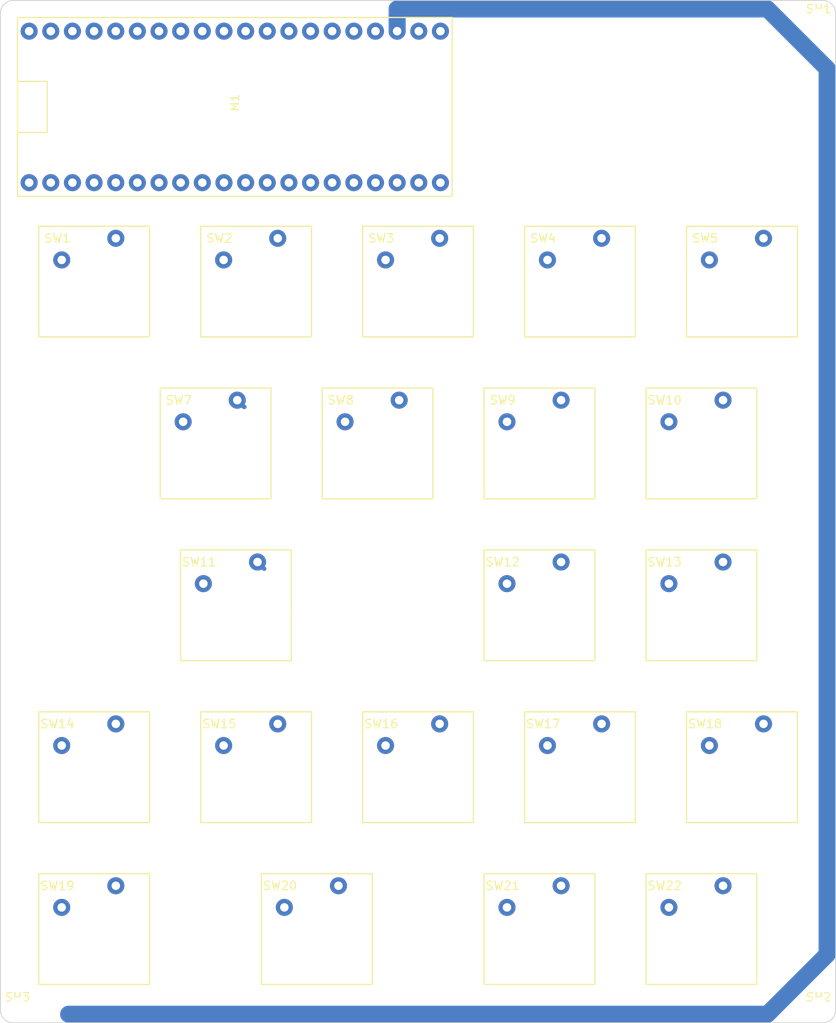
<source format=kicad_pcb>
(kicad_pcb (version 20240108) (generator "pcbnew") (generator_version "8.0")
  (layers (0 "F.Cu" signal) (31 "B.Cu" signal) (34 "B.Paste" user) (35 "F.Paste" user) (36 "B.SilkS" user "B.Silkscreen") (37 "F.SilkS" user "F.Silkscreen") (38 "B.Mask" user) (39 "F.Mask" user) (44 "Edge.Cuts" user))
  (net 0 "")
  (net 1 "GP0")
  (net 2 "GP1")
  (net 3 "GND0")
  (net 4 "GP2")
  (net 5 "GP3")
  (net 6 "GP4")
  (net 7 "GP5")
  (net 8 "GND1")
  (net 9 "GP6")
  (net 10 "GP7")
  (net 11 "GP8")
  (net 12 "GP9")
  (net 13 "GND2")
  (net 14 "GP10")
  (net 15 "GP11")
  (net 16 "GP12")
  (net 17 "GP13")
  (net 18 "GND3")
  (net 19 "GP14")
  (net 20 "GP15")
  (net 21 "GP16")
  (net 22 "GP17")
  (net 23 "GND4")
  (net 24 "GP18")
  (net 25 "GP19")
  (net 26 "GP20")
  (net 27 "GP21")
  (net 28 "GND5")
  (net 29 "GP22")
  (net 30 "RUN")
  (net 31 "GP26")
  (net 32 "GP27")
  (net 33 "GND6")
  (net 34 "GP28")
  (net 35 "VREF")
  (net 36 "3V3")
  (net 37 "3V3_EN")
  (net 38 "GND7")
  (net 39 "VSYS")
  (net 40 "VBUS")
  (footprint "footprint:screwhole" (layer "F.Cu") (at 96 2)
    (property "Reference" "SH1" (at 0 -1 0) (layer "F.SilkS"))
    (property "Value" "SCREW_HOLE" (hide yes))
    (pad "" np_thru_hole circle (at 0 0) (size 2 2) (drill 2) (layers "*.Cu" "*.Mask"))
  )
  (footprint "footprint:keyswitch" (layer "F.Cu") (at 11 33)
    (property "Reference" "SW1" (at -4.318 -5.08 0) (layer "F.SilkS"))
    (property "Value" "SW_Push" (hide yes))
    (fp_line (start -6.5 -6.5) (end 6.5 -6.5) (stroke (width 0.15)) (layer "F.SilkS"))
    (fp_line (start -6.5 6.5) (end -6.5 -6.5) (stroke (width 0.15)) (layer "F.SilkS"))
    (fp_line (start 6.5 -6.5) (end 6.5 6.5) (stroke (width 0.15)) (layer "F.SilkS"))
    (fp_line (start 6.5 6.5) (end -6.5 6.5) (stroke (width 0.15)) (layer "F.SilkS"))
    (pad "" np_thru_hole circle (at -5.08 0) (size 1.8 1.8) (drill 1.8) (layers "*.Cu" "*.Mask"))
    (pad "" np_thru_hole circle (at 0 0) (size 4 4) (drill 4) (layers "*.Cu" "*.Mask"))
    (pad "" np_thru_hole circle (at 5.08 0) (size 1.8 1.8) (drill 1.8) (layers "*.Cu" "*.Mask"))
    (pad "1" thru_hole circle (at -3.81 -2.54) (size 2 2) (drill 1) (layers "*.Cu" "*.Mask") (net 6 "GP4"))
    (pad "2" thru_hole circle (at 2.54 -5.08) (size 2 2) (drill 1) (layers "*.Cu" "*.Mask") (net 23 "GND4"))
  )
  (footprint "footprint:keyswitch" (layer "F.Cu") (at 30 33)
    (property "Reference" "SW2" (at -4.318 -5.08 0) (layer "F.SilkS"))
    (property "Value" "SW_Push" (hide yes))
    (fp_line (start -6.5 -6.5) (end 6.5 -6.5) (stroke (width 0.15)) (layer "F.SilkS"))
    (fp_line (start -6.5 6.5) (end -6.5 -6.5) (stroke (width 0.15)) (layer "F.SilkS"))
    (fp_line (start 6.5 -6.5) (end 6.5 6.5) (stroke (width 0.15)) (layer "F.SilkS"))
    (fp_line (start 6.5 6.5) (end -6.5 6.5) (stroke (width 0.15)) (layer "F.SilkS"))
    (pad "" np_thru_hole circle (at -5.08 0) (size 1.8 1.8) (drill 1.8) (layers "*.Cu" "*.Mask"))
    (pad "" np_thru_hole circle (at 0 0) (size 4 4) (drill 4) (layers "*.Cu" "*.Mask"))
    (pad "" np_thru_hole circle (at 5.08 0) (size 1.8 1.8) (drill 1.8) (layers "*.Cu" "*.Mask"))
    (pad "1" thru_hole circle (at -3.81 -2.54) (size 2 2) (drill 1) (layers "*.Cu" "*.Mask") (net 12 "GP9"))
    (pad "2" thru_hole circle (at 2.54 -5.08) (size 2 2) (drill 1) (layers "*.Cu" "*.Mask") (net 23 "GND4"))
  )
  (footprint "footprint:pipico" (layer "F.Cu") (at 27.5 12.5)
    (property "Reference" "M1" (at 0 -0.5 -90) (layer "F.SilkS"))
    (property "Value" "RasPiPico" (hide yes))
    (fp_line (start -25.5 -10.5) (end -25.5 10.5) (stroke (width 0.15)) (layer "F.SilkS"))
    (fp_line (start -25.5 -3) (end -25.5 3) (stroke (width 0.15)) (layer "F.SilkS"))
    (fp_line (start -25.5 3) (end -22 3) (stroke (width 0.15)) (layer "F.SilkS"))
    (fp_line (start -25.5 10.5) (end 25.5 10.5) (stroke (width 0.15)) (layer "F.SilkS"))
    (fp_line (start -22 -3) (end -25.5 -3) (stroke (width 0.15)) (layer "F.SilkS"))
    (fp_line (start -22 3) (end -22 -3) (stroke (width 0.15)) (layer "F.SilkS"))
    (fp_line (start 25.5 -10.5) (end -25.5 -10.5) (stroke (width 0.15)) (layer "F.SilkS"))
    (fp_line (start 25.5 10.5) (end 25.5 -10.5) (stroke (width 0.15)) (layer "F.SilkS"))
    (pad "1" thru_hole circle (at -24.13 8.89 270) (size 2 2) (drill 1) (layers "*.Cu" "*.Mask") (net 1 "GP0"))
    (pad "2" thru_hole circle (at -21.59 8.89 270) (size 2 2) (drill 1) (layers "*.Cu" "*.Mask") (net 2 "GP1"))
    (pad "3" thru_hole circle (at -19.05 8.89 270) (size 2 2) (drill 1) (layers "*.Cu" "*.Mask") (net 3 "GND0"))
    (pad "4" thru_hole circle (at -16.51 8.89 270) (size 2 2) (drill 1) (layers "*.Cu" "*.Mask") (net 4 "GP2"))
    (pad "5" thru_hole circle (at -13.97 8.89 270) (size 2 2) (drill 1) (layers "*.Cu" "*.Mask") (net 5 "GP3"))
    (pad "6" thru_hole circle (at -11.43 8.89 270) (size 2 2) (drill 1) (layers "*.Cu" "*.Mask") (net 6 "GP4"))
    (pad "7" thru_hole circle (at -8.89 8.89 270) (size 2 2) (drill 1) (layers "*.Cu" "*.Mask") (net 7 "GP5"))
    (pad "8" thru_hole circle (at -6.35 8.89 270) (size 2 2) (drill 1) (layers "*.Cu" "*.Mask") (net 8 "GND1"))
    (pad "9" thru_hole circle (at -3.81 8.89 270) (size 2 2) (drill 1) (layers "*.Cu" "*.Mask") (net 9 "GP6"))
    (pad "10" thru_hole circle (at -1.27 8.89 270) (size 2 2) (drill 1) (layers "*.Cu" "*.Mask") (net 10 "GP7"))
    (pad "11" thru_hole circle (at 1.27 8.89 270) (size 2 2) (drill 1) (layers "*.Cu" "*.Mask") (net 11 "GP8"))
    (pad "12" thru_hole circle (at 3.81 8.89 270) (size 2 2) (drill 1) (layers "*.Cu" "*.Mask") (net 12 "GP9"))
    (pad "13" thru_hole circle (at 6.35 8.89 270) (size 2 2) (drill 1) (layers "*.Cu" "*.Mask") (net 13 "GND2"))
    (pad "14" thru_hole circle (at 8.89 8.89 270) (size 2 2) (drill 1) (layers "*.Cu" "*.Mask") (net 14 "GP10"))
    (pad "15" thru_hole circle (at 11.43 8.89 270) (size 2 2) (drill 1) (layers "*.Cu" "*.Mask") (net 15 "GP11"))
    (pad "16" thru_hole circle (at 13.97 8.89 270) (size 2 2) (drill 1) (layers "*.Cu" "*.Mask") (net 16 "GP12"))
    (pad "17" thru_hole circle (at 16.51 8.898 270) (size 2 2) (drill 1) (layers "*.Cu" "*.Mask") (net 17 "GP13"))
    (pad "18" thru_hole circle (at 19.05 8.89 270) (size 2 2) (drill 1) (layers "*.Cu" "*.Mask") (net 18 "GND3"))
    (pad "19" thru_hole circle (at 21.59 8.89 270) (size 2 2) (drill 1) (layers "*.Cu" "*.Mask") (net 19 "GP14"))
    (pad "20" thru_hole circle (at 24.13 8.89 270) (size 2 2) (drill 1) (layers "*.Cu" "*.Mask") (net 20 "GP15"))
    (pad "21" thru_hole circle (at 24.13 -8.89 270) (size 2 2) (drill 1) (layers "*.Cu" "*.Mask") (net 21 "GP16"))
    (pad "22" thru_hole circle (at 21.59 -8.89 270) (size 2 2) (drill 1) (layers "*.Cu" "*.Mask") (net 22 "GP17"))
    (pad "23" thru_hole circle (at 19.05 -8.89 270) (size 2 2) (drill 1) (layers "*.Cu" "*.Mask") (net 23 "GND4"))
    (pad "24" thru_hole circle (at 16.51 -8.89 270) (size 2 2) (drill 1) (layers "*.Cu" "*.Mask") (net 24 "GP18"))
    (pad "25" thru_hole circle (at 13.97 -8.89 270) (size 2 2) (drill 1) (layers "*.Cu" "*.Mask") (net 25 "GP19"))
    (pad "26" thru_hole circle (at 11.43 -8.89 270) (size 2 2) (drill 1) (layers "*.Cu" "*.Mask") (net 26 "GP20"))
    (pad "27" thru_hole circle (at 8.89 -8.89 270) (size 2 2) (drill 1) (layers "*.Cu" "*.Mask") (net 27 "GP21"))
    (pad "28" thru_hole circle (at 6.35 -8.89 270) (size 2 2) (drill 1) (layers "*.Cu" "*.Mask") (net 28 "GND5"))
    (pad "29" thru_hole circle (at 3.81 -8.89 270) (size 2 2) (drill 1) (layers "*.Cu" "*.Mask") (net 29 "GP22"))
    (pad "30" thru_hole circle (at 1.27 -8.89 270) (size 2 2) (drill 1) (layers "*.Cu" "*.Mask") (net 30 "RUN"))
    (pad "31" thru_hole circle (at -1.27 -8.89 270) (size 2 2) (drill 1) (layers "*.Cu" "*.Mask") (net 31 "GP26"))
    (pad "32" thru_hole circle (at -3.81 -8.89 270) (size 2 2) (drill 1) (layers "*.Cu" "*.Mask") (net 32 "GP27"))
    (pad "33" thru_hole circle (at -6.35 -8.89 270) (size 2 2) (drill 1) (layers "*.Cu" "*.Mask") (net 33 "GND6"))
    (pad "34" thru_hole circle (at -8.89 -8.89 270) (size 2 2) (drill 1) (layers "*.Cu" "*.Mask") (net 34 "GP28"))
    (pad "35" thru_hole circle (at -11.43 -8.89 270) (size 2 2) (drill 1) (layers "*.Cu" "*.Mask") (net 35 "VREF"))
    (pad "36" thru_hole circle (at -13.97 -8.89 270) (size 2 2) (drill 1) (layers "*.Cu" "*.Mask") (net 36 "3V3"))
    (pad "37" thru_hole circle (at -16.51 -8.89 270) (size 2 2) (drill 1) (layers "*.Cu" "*.Mask") (net 37 "3V3_EN"))
    (pad "38" thru_hole circle (at -19.05 -8.89 270) (size 2 2) (drill 1) (layers "*.Cu" "*.Mask") (net 38 "GND7"))
    (pad "39" thru_hole circle (at -21.59 -8.89 270) (size 2 2) (drill 1) (layers "*.Cu" "*.Mask") (net 39 "VSYS"))
    (pad "40" thru_hole circle (at -24.13 -8.89 270) (size 2 2) (drill 1) (layers "*.Cu" "*.Mask") (net 40 "VBUS"))
  )
  (footprint "footprint:keyswitch" (layer "F.Cu") (at 49 33)
    (property "Reference" "SW3" (at -4.318 -5.08 0) (layer "F.SilkS"))
    (property "Value" "SW_Push" (hide yes))
    (fp_line (start -6.5 -6.5) (end 6.5 -6.5) (stroke (width 0.15)) (layer "F.SilkS"))
    (fp_line (start -6.5 6.5) (end -6.5 -6.5) (stroke (width 0.15)) (layer "F.SilkS"))
    (fp_line (start 6.5 -6.5) (end 6.5 6.5) (stroke (width 0.15)) (layer "F.SilkS"))
    (fp_line (start 6.5 6.5) (end -6.5 6.5) (stroke (width 0.15)) (layer "F.SilkS"))
    (pad "" np_thru_hole circle (at -5.08 0) (size 1.8 1.8) (drill 1.8) (layers "*.Cu" "*.Mask"))
    (pad "" np_thru_hole circle (at 0 0) (size 4 4) (drill 4) (layers "*.Cu" "*.Mask"))
    (pad "" np_thru_hole circle (at 5.08 0) (size 1.8 1.8) (drill 1.8) (layers "*.Cu" "*.Mask"))
    (pad "1" thru_hole circle (at -3.81 -2.54) (size 2 2) (drill 1) (layers "*.Cu" "*.Mask") (net 19 "GP14"))
    (pad "2" thru_hole circle (at 2.54 -5.08) (size 2 2) (drill 1) (layers "*.Cu" "*.Mask") (net 23 "GND4"))
  )
  (footprint "footprint:keyswitch" (layer "F.Cu") (at 37.125 109)
    (property "Reference" "SW20" (at -4.318 -5.08 0) (layer "F.SilkS"))
    (property "Value" "SW_Push" (hide yes))
    (fp_line (start -6.5 -6.5) (end 6.5 -6.5) (stroke (width 0.15)) (layer "F.SilkS"))
    (fp_line (start -6.5 6.5) (end -6.5 -6.5) (stroke (width 0.15)) (layer "F.SilkS"))
    (fp_line (start 6.5 -6.5) (end 6.5 6.5) (stroke (width 0.15)) (layer "F.SilkS"))
    (fp_line (start 6.5 6.5) (end -6.5 6.5) (stroke (width 0.15)) (layer "F.SilkS"))
    (pad "" np_thru_hole circle (at -5.08 0) (size 1.8 1.8) (drill 1.8) (layers "*.Cu" "*.Mask"))
    (pad "" np_thru_hole circle (at 0 0) (size 4 4) (drill 4) (layers "*.Cu" "*.Mask"))
    (pad "" np_thru_hole circle (at 5.08 0) (size 1.8 1.8) (drill 1.8) (layers "*.Cu" "*.Mask"))
    (pad "1" thru_hole circle (at -3.81 -2.54) (size 2 2) (drill 1) (layers "*.Cu" "*.Mask") (net 7 "GP5"))
    (pad "2" thru_hole circle (at 2.54 -5.08) (size 2 2) (drill 1) (layers "*.Cu" "*.Mask") (net 23 "GND4"))
  )
  (footprint "footprint:keyswitch" (layer "F.Cu") (at 87 33)
    (property "Reference" "SW5" (at -4.318 -5.08 0) (layer "F.SilkS"))
    (property "Value" "SW_Push" (hide yes))
    (fp_line (start -6.5 -6.5) (end 6.5 -6.5) (stroke (width 0.15)) (layer "F.SilkS"))
    (fp_line (start -6.5 6.5) (end -6.5 -6.5) (stroke (width 0.15)) (layer "F.SilkS"))
    (fp_line (start 6.5 -6.5) (end 6.5 6.5) (stroke (width 0.15)) (layer "F.SilkS"))
    (fp_line (start 6.5 6.5) (end -6.5 6.5) (stroke (width 0.15)) (layer "F.SilkS"))
    (pad "" np_thru_hole circle (at -5.08 0) (size 1.8 1.8) (drill 1.8) (layers "*.Cu" "*.Mask"))
    (pad "" np_thru_hole circle (at 0 0) (size 4 4) (drill 4) (layers "*.Cu" "*.Mask"))
    (pad "" np_thru_hole circle (at 5.08 0) (size 1.8 1.8) (drill 1.8) (layers "*.Cu" "*.Mask"))
    (pad "1" thru_hole circle (at -3.81 -2.54) (size 2 2) (drill 1) (layers "*.Cu" "*.Mask") (net 21 "GP16"))
    (pad "2" thru_hole circle (at 2.54 -5.08) (size 2 2) (drill 1) (layers "*.Cu" "*.Mask") (net 23 "GND4"))
  )
  (footprint "footprint:keyswitch" (layer "F.Cu") (at 82.25 71)
    (property "Reference" "SW13" (at -4.318 -5.08 0) (layer "F.SilkS"))
    (property "Value" "SW_Push" (hide yes))
    (fp_line (start -6.5 -6.5) (end 6.5 -6.5) (stroke (width 0.15)) (layer "F.SilkS"))
    (fp_line (start -6.5 6.5) (end -6.5 -6.5) (stroke (width 0.15)) (layer "F.SilkS"))
    (fp_line (start 6.5 -6.5) (end 6.5 6.5) (stroke (width 0.15)) (layer "F.SilkS"))
    (fp_line (start 6.5 6.5) (end -6.5 6.5) (stroke (width 0.15)) (layer "F.SilkS"))
    (pad "" np_thru_hole circle (at -5.08 0) (size 1.8 1.8) (drill 1.8) (layers "*.Cu" "*.Mask"))
    (pad "" np_thru_hole circle (at 0 0) (size 4 4) (drill 4) (layers "*.Cu" "*.Mask"))
    (pad "" np_thru_hole circle (at 5.08 0) (size 1.8 1.8) (drill 1.8) (layers "*.Cu" "*.Mask"))
    (pad "1" thru_hole circle (at -3.81 -2.54) (size 2 2) (drill 1) (layers "*.Cu" "*.Mask") (net 24 "GP18"))
    (pad "2" thru_hole circle (at 2.54 -5.08) (size 2 2) (drill 1) (layers "*.Cu" "*.Mask") (net 23 "GND4"))
  )
  (footprint "footprint:keyswitch" (layer "F.Cu") (at 11 109)
    (property "Reference" "SW19" (at -4.318 -5.08 0) (layer "F.SilkS"))
    (property "Value" "SW_Push" (hide yes))
    (fp_line (start -6.5 -6.5) (end 6.5 -6.5) (stroke (width 0.15)) (layer "F.SilkS"))
    (fp_line (start -6.5 6.5) (end -6.5 -6.5) (stroke (width 0.15)) (layer "F.SilkS"))
    (fp_line (start 6.5 -6.5) (end 6.5 6.5) (stroke (width 0.15)) (layer "F.SilkS"))
    (fp_line (start 6.5 6.5) (end -6.5 6.5) (stroke (width 0.15)) (layer "F.SilkS"))
    (pad "" np_thru_hole circle (at -5.08 0) (size 1.8 1.8) (drill 1.8) (layers "*.Cu" "*.Mask"))
    (pad "" np_thru_hole circle (at 0 0) (size 4 4) (drill 4) (layers "*.Cu" "*.Mask"))
    (pad "" np_thru_hole circle (at 5.08 0) (size 1.8 1.8) (drill 1.8) (layers "*.Cu" "*.Mask"))
    (pad "1" thru_hole circle (at -3.81 -2.54) (size 2 2) (drill 1) (layers "*.Cu" "*.Mask") (net 1 "GP0"))
    (pad "2" thru_hole circle (at 2.54 -5.08) (size 2 2) (drill 1) (layers "*.Cu" "*.Mask") (net 23 "GND4"))
  )
  (footprint "footprint:keyswitch" (layer "F.Cu") (at 68 33)
    (property "Reference" "SW4" (at -4.318 -5.08 0) (layer "F.SilkS"))
    (property "Value" "SW_Push" (hide yes))
    (fp_line (start -6.5 -6.5) (end 6.5 -6.5) (stroke (width 0.15)) (layer "F.SilkS"))
    (fp_line (start -6.5 6.5) (end -6.5 -6.5) (stroke (width 0.15)) (layer "F.SilkS"))
    (fp_line (start 6.5 -6.5) (end 6.5 6.5) (stroke (width 0.15)) (layer "F.SilkS"))
    (fp_line (start 6.5 6.5) (end -6.5 6.5) (stroke (width 0.15)) (layer "F.SilkS"))
    (pad "" np_thru_hole circle (at -5.08 0) (size 1.8 1.8) (drill 1.8) (layers "*.Cu" "*.Mask"))
    (pad "" np_thru_hole circle (at 0 0) (size 4 4) (drill 4) (layers "*.Cu" "*.Mask"))
    (pad "" np_thru_hole circle (at 5.08 0) (size 1.8 1.8) (drill 1.8) (layers "*.Cu" "*.Mask"))
    (pad "1" thru_hole circle (at -3.81 -2.54) (size 2 2) (drill 1) (layers "*.Cu" "*.Mask") (net 27 "GP21"))
    (pad "2" thru_hole circle (at 2.54 -5.08) (size 2 2) (drill 1) (layers "*.Cu" "*.Mask") (net 23 "GND4"))
  )
  (footprint "footprint:keyswitch" (layer "F.Cu") (at 49 90)
    (property "Reference" "SW16" (at -4.318 -5.08 0) (layer "F.SilkS"))
    (property "Value" "SW_Push" (hide yes))
    (fp_line (start -6.5 -6.5) (end 6.5 -6.5) (stroke (width 0.15)) (layer "F.SilkS"))
    (fp_line (start -6.5 6.5) (end -6.5 -6.5) (stroke (width 0.15)) (layer "F.SilkS"))
    (fp_line (start 6.5 -6.5) (end 6.5 6.5) (stroke (width 0.15)) (layer "F.SilkS"))
    (fp_line (start 6.5 6.5) (end -6.5 6.5) (stroke (width 0.15)) (layer "F.SilkS"))
    (pad "" np_thru_hole circle (at -5.08 0) (size 1.8 1.8) (drill 1.8) (layers "*.Cu" "*.Mask"))
    (pad "" np_thru_hole circle (at 0 0) (size 4 4) (drill 4) (layers "*.Cu" "*.Mask"))
    (pad "" np_thru_hole circle (at 5.08 0) (size 1.8 1.8) (drill 1.8) (layers "*.Cu" "*.Mask"))
    (pad "1" thru_hole circle (at -3.81 -2.54) (size 2 2) (drill 1) (layers "*.Cu" "*.Mask") (net 15 "GP11"))
    (pad "2" thru_hole circle (at 2.54 -5.08) (size 2 2) (drill 1) (layers "*.Cu" "*.Mask") (net 23 "GND4"))
  )
  (footprint "footprint:keyswitch" (layer "F.Cu") (at 63.25 52)
    (property "Reference" "SW9" (at -4.318 -5.08 0) (layer "F.SilkS"))
    (property "Value" "SW_Push" (hide yes))
    (fp_line (start -6.5 -6.5) (end 6.5 -6.5) (stroke (width 0.15)) (layer "F.SilkS"))
    (fp_line (start -6.5 6.5) (end -6.5 -6.5) (stroke (width 0.15)) (layer "F.SilkS"))
    (fp_line (start 6.5 -6.5) (end 6.5 6.5) (stroke (width 0.15)) (layer "F.SilkS"))
    (fp_line (start 6.5 6.5) (end -6.5 6.5) (stroke (width 0.15)) (layer "F.SilkS"))
    (pad "" np_thru_hole circle (at -5.08 0) (size 1.8 1.8) (drill 1.8) (layers "*.Cu" "*.Mask"))
    (pad "" np_thru_hole circle (at 0 0) (size 4 4) (drill 4) (layers "*.Cu" "*.Mask"))
    (pad "" np_thru_hole circle (at 5.08 0) (size 1.8 1.8) (drill 1.8) (layers "*.Cu" "*.Mask"))
    (pad "1" thru_hole circle (at -3.81 -2.54) (size 2 2) (drill 1) (layers "*.Cu" "*.Mask") (net 29 "GP22"))
    (pad "2" thru_hole circle (at 2.54 -5.08) (size 2 2) (drill 1) (layers "*.Cu" "*.Mask") (net 23 "GND4"))
  )
  (footprint "footprint:keyswitch" (layer "F.Cu") (at 25.25 52)
    (property "Reference" "SW7" (at -4.318 -5.08 0) (layer "F.SilkS"))
    (property "Value" "SW_Push" (hide yes))
    (fp_line (start -6.5 -6.5) (end 6.5 -6.5) (stroke (width 0.15)) (layer "F.SilkS"))
    (fp_line (start -6.5 6.5) (end -6.5 -6.5) (stroke (width 0.15)) (layer "F.SilkS"))
    (fp_line (start 6.5 -6.5) (end 6.5 6.5) (stroke (width 0.15)) (layer "F.SilkS"))
    (fp_line (start 6.5 6.5) (end -6.5 6.5) (stroke (width 0.15)) (layer "F.SilkS"))
    (pad "" np_thru_hole circle (at -5.08 0) (size 1.8 1.8) (drill 1.8) (layers "*.Cu" "*.Mask"))
    (pad "" np_thru_hole circle (at 0 0) (size 4 4) (drill 4) (layers "*.Cu" "*.Mask"))
    (pad "" np_thru_hole circle (at 5.08 0) (size 1.8 1.8) (drill 1.8) (layers "*.Cu" "*.Mask"))
    (pad "1" thru_hole circle (at -3.81 -2.54) (size 2 2) (drill 1) (layers "*.Cu" "*.Mask") (net 11 "GP8"))
    (pad "2" thru_hole circle (at 2.54 -5.08) (size 2 2) (drill 1) (layers "*.Cu" "*.Mask") (net 23 "GND4"))
  )
  (footprint "footprint:keyswitch" (layer "F.Cu") (at 82.25 109)
    (property "Reference" "SW22" (at -4.318 -5.08 0) (layer "F.SilkS"))
    (property "Value" "SW_Push" (hide yes))
    (fp_line (start -6.5 -6.5) (end 6.5 -6.5) (stroke (width 0.15)) (layer "F.SilkS"))
    (fp_line (start -6.5 6.5) (end -6.5 -6.5) (stroke (width 0.15)) (layer "F.SilkS"))
    (fp_line (start 6.5 -6.5) (end 6.5 6.5) (stroke (width 0.15)) (layer "F.SilkS"))
    (fp_line (start 6.5 6.5) (end -6.5 6.5) (stroke (width 0.15)) (layer "F.SilkS"))
    (pad "" np_thru_hole circle (at -5.08 0) (size 1.8 1.8) (drill 1.8) (layers "*.Cu" "*.Mask"))
    (pad "" np_thru_hole circle (at 0 0) (size 4 4) (drill 4) (layers "*.Cu" "*.Mask"))
    (pad "" np_thru_hole circle (at 5.08 0) (size 1.8 1.8) (drill 1.8) (layers "*.Cu" "*.Mask"))
    (pad "1" thru_hole circle (at -3.81 -2.54) (size 2 2) (drill 1) (layers "*.Cu" "*.Mask") (net 26 "GP20"))
    (pad "2" thru_hole circle (at 2.54 -5.08) (size 2 2) (drill 1) (layers "*.Cu" "*.Mask") (net 23 "GND4"))
  )
  (footprint "footprint:keyswitch" (layer "F.Cu") (at 63.25 109)
    (property "Reference" "SW21" (at -4.318 -5.08 0) (layer "F.SilkS"))
    (property "Value" "SW_Push" (hide yes))
    (fp_line (start -6.5 -6.5) (end 6.5 -6.5) (stroke (width 0.15)) (layer "F.SilkS"))
    (fp_line (start -6.5 6.5) (end -6.5 -6.5) (stroke (width 0.15)) (layer "F.SilkS"))
    (fp_line (start 6.5 -6.5) (end 6.5 6.5) (stroke (width 0.15)) (layer "F.SilkS"))
    (fp_line (start 6.5 6.5) (end -6.5 6.5) (stroke (width 0.15)) (layer "F.SilkS"))
    (pad "" np_thru_hole circle (at -5.08 0) (size 1.8 1.8) (drill 1.8) (layers "*.Cu" "*.Mask"))
    (pad "" np_thru_hole circle (at 0 0) (size 4 4) (drill 4) (layers "*.Cu" "*.Mask"))
    (pad "" np_thru_hole circle (at 5.08 0) (size 1.8 1.8) (drill 1.8) (layers "*.Cu" "*.Mask"))
    (pad "1" thru_hole circle (at -3.81 -2.54) (size 2 2) (drill 1) (layers "*.Cu" "*.Mask") (net 34 "GP28"))
    (pad "2" thru_hole circle (at 2.54 -5.08) (size 2 2) (drill 1) (layers "*.Cu" "*.Mask") (net 23 "GND4"))
  )
  (footprint "footprint:keyswitch" (layer "F.Cu") (at 87 90)
    (property "Reference" "SW18" (at -4.318 -5.08 0) (layer "F.SilkS"))
    (property "Value" "SW_Push" (hide yes))
    (fp_line (start -6.5 -6.5) (end 6.5 -6.5) (stroke (width 0.15)) (layer "F.SilkS"))
    (fp_line (start -6.5 6.5) (end -6.5 -6.5) (stroke (width 0.15)) (layer "F.SilkS"))
    (fp_line (start 6.5 -6.5) (end 6.5 6.5) (stroke (width 0.15)) (layer "F.SilkS"))
    (fp_line (start 6.5 6.5) (end -6.5 6.5) (stroke (width 0.15)) (layer "F.SilkS"))
    (pad "" np_thru_hole circle (at -5.08 0) (size 1.8 1.8) (drill 1.8) (layers "*.Cu" "*.Mask"))
    (pad "" np_thru_hole circle (at 0 0) (size 4 4) (drill 4) (layers "*.Cu" "*.Mask"))
    (pad "" np_thru_hole circle (at 5.08 0) (size 1.8 1.8) (drill 1.8) (layers "*.Cu" "*.Mask"))
    (pad "1" thru_hole circle (at -3.81 -2.54) (size 2 2) (drill 1) (layers "*.Cu" "*.Mask") (net 25 "GP19"))
    (pad "2" thru_hole circle (at 2.54 -5.08) (size 2 2) (drill 1) (layers "*.Cu" "*.Mask") (net 23 "GND4"))
  )
  (footprint "footprint:screwhole" (layer "F.Cu") (at 2 118)
    (property "Reference" "SH3" (at 0 -1 0) (layer "F.SilkS"))
    (property "Value" "SCREW_HOLE" (hide yes))
    (pad "" np_thru_hole circle (at 0 0) (size 2 2) (drill 2) (layers "*.Cu" "*.Mask"))
  )
  (footprint "footprint:keyswitch" (layer "F.Cu") (at 30 90)
    (property "Reference" "SW15" (at -4.318 -5.08 0) (layer "F.SilkS"))
    (property "Value" "SW_Push" (hide yes))
    (fp_line (start -6.5 -6.5) (end 6.5 -6.5) (stroke (width 0.15)) (layer "F.SilkS"))
    (fp_line (start -6.5 6.5) (end -6.5 -6.5) (stroke (width 0.15)) (layer "F.SilkS"))
    (fp_line (start 6.5 -6.5) (end 6.5 6.5) (stroke (width 0.15)) (layer "F.SilkS"))
    (fp_line (start 6.5 6.5) (end -6.5 6.5) (stroke (width 0.15)) (layer "F.SilkS"))
    (pad "" np_thru_hole circle (at -5.08 0) (size 1.8 1.8) (drill 1.8) (layers "*.Cu" "*.Mask"))
    (pad "" np_thru_hole circle (at 0 0) (size 4 4) (drill 4) (layers "*.Cu" "*.Mask"))
    (pad "" np_thru_hole circle (at 5.08 0) (size 1.8 1.8) (drill 1.8) (layers "*.Cu" "*.Mask"))
    (pad "1" thru_hole circle (at -3.81 -2.54) (size 2 2) (drill 1) (layers "*.Cu" "*.Mask") (net 9 "GP6"))
    (pad "2" thru_hole circle (at 2.54 -5.08) (size 2 2) (drill 1) (layers "*.Cu" "*.Mask") (net 23 "GND4"))
  )
  (footprint "footprint:keyswitch-with-stabilizer" (layer "F.Cu") (at 27.625 71)
    (property "Reference" "SW11" (at -4.318 -5.08 0) (layer "F.SilkS"))
    (property "Value" "SW_Push" (hide yes))
    (fp_line (start -6.5 -6.5) (end 6.5 -6.5) (stroke (width 0.15)) (layer "F.SilkS"))
    (fp_line (start -6.5 6.5) (end -6.5 -6.5) (stroke (width 0.15)) (layer "F.SilkS"))
    (fp_line (start 6.5 -6.5) (end 6.5 6.5) (stroke (width 0.15)) (layer "F.SilkS"))
    (fp_line (start 6.5 6.5) (end -6.5 6.5) (stroke (width 0.15)) (layer "F.SilkS"))
    (pad "" np_thru_hole oval (at -12 -7.3) (size 3.1 2.4) (drill oval 3.1 2.4) (layers "*.Cu" "*.Mask"))
    (pad "" np_thru_hole oval (at -12 8) (size 3.4 4) (drill oval 3.4 4) (layers "*.Cu" "*.Mask"))
    (pad "" np_thru_hole circle (at -5.08 0) (size 1.8 1.8) (drill 1.8) (layers "*.Cu" "*.Mask"))
    (pad "" np_thru_hole circle (at 0 0) (size 4 4) (drill 4) (layers "*.Cu" "*.Mask"))
    (pad "" np_thru_hole circle (at 5.08 0) (size 1.8 1.8) (drill 1.8) (layers "*.Cu" "*.Mask"))
    (pad "" np_thru_hole oval (at 12 -7.3) (size 3.1 2.4) (drill oval 3.1 2.4) (layers "*.Cu" "*.Mask"))
    (pad "" np_thru_hole oval (at 12 8) (size 3.4 4) (drill oval 3.4 4) (layers "*.Cu" "*.Mask"))
    (pad "1" thru_hole circle (at -3.81 -2.54) (size 2 2) (drill 1) (layers "*.Cu" "*.Mask") (net 10 "GP7"))
    (pad "2" thru_hole circle (at 2.54 -5.08) (size 2 2) (drill 1) (layers "*.Cu" "*.Mask") (net 23 "GND4"))
  )
  (footprint "footprint:keyswitch" (layer "F.Cu") (at 44.25 52)
    (property "Reference" "SW8" (at -4.318 -5.08 0) (layer "F.SilkS"))
    (property "Value" "SW_Push" (hide yes))
    (fp_line (start -6.5 -6.5) (end 6.5 -6.5) (stroke (width 0.15)) (layer "F.SilkS"))
    (fp_line (start -6.5 6.5) (end -6.5 -6.5) (stroke (width 0.15)) (layer "F.SilkS"))
    (fp_line (start 6.5 -6.5) (end 6.5 6.5) (stroke (width 0.15)) (layer "F.SilkS"))
    (fp_line (start 6.5 6.5) (end -6.5 6.5) (stroke (width 0.15)) (layer "F.SilkS"))
    (pad "" np_thru_hole circle (at -5.08 0) (size 1.8 1.8) (drill 1.8) (layers "*.Cu" "*.Mask"))
    (pad "" np_thru_hole circle (at 0 0) (size 4 4) (drill 4) (layers "*.Cu" "*.Mask"))
    (pad "" np_thru_hole circle (at 5.08 0) (size 1.8 1.8) (drill 1.8) (layers "*.Cu" "*.Mask"))
    (pad "1" thru_hole circle (at -3.81 -2.54) (size 2 2) (drill 1) (layers "*.Cu" "*.Mask") (net 17 "GP13"))
    (pad "2" thru_hole circle (at 2.54 -5.08) (size 2 2) (drill 1) (layers "*.Cu" "*.Mask") (net 23 "GND4"))
  )
  (footprint "footprint:screwhole" (layer "F.Cu") (at 96 118)
    (property "Reference" "SH2" (at 0 -1 0) (layer "F.SilkS"))
    (property "Value" "SCREW_HOLE" (hide yes))
    (pad "" np_thru_hole circle (at 0 0) (size 2 2) (drill 2) (layers "*.Cu" "*.Mask"))
  )
  (footprint "footprint:keyswitch" (layer "F.Cu") (at 11 90)
    (property "Reference" "SW14" (at -4.318 -5.08 0) (layer "F.SilkS"))
    (property "Value" "SW_Push" (hide yes))
    (fp_line (start -6.5 -6.5) (end 6.5 -6.5) (stroke (width 0.15)) (layer "F.SilkS"))
    (fp_line (start -6.5 6.5) (end -6.5 -6.5) (stroke (width 0.15)) (layer "F.SilkS"))
    (fp_line (start 6.5 -6.5) (end 6.5 6.5) (stroke (width 0.15)) (layer "F.SilkS"))
    (fp_line (start 6.5 6.5) (end -6.5 6.5) (stroke (width 0.15)) (layer "F.SilkS"))
    (pad "" np_thru_hole circle (at -5.08 0) (size 1.8 1.8) (drill 1.8) (layers "*.Cu" "*.Mask"))
    (pad "" np_thru_hole circle (at 0 0) (size 4 4) (drill 4) (layers "*.Cu" "*.Mask"))
    (pad "" np_thru_hole circle (at 5.08 0) (size 1.8 1.8) (drill 1.8) (layers "*.Cu" "*.Mask"))
    (pad "1" thru_hole circle (at -3.81 -2.54) (size 2 2) (drill 1) (layers "*.Cu" "*.Mask") (net 2 "GP1"))
    (pad "2" thru_hole circle (at 2.54 -5.08) (size 2 2) (drill 1) (layers "*.Cu" "*.Mask") (net 23 "GND4"))
  )
  (footprint "footprint:keyswitch" (layer "F.Cu") (at 63.25 71)
    (property "Reference" "SW12" (at -4.318 -5.08 0) (layer "F.SilkS"))
    (property "Value" "SW_Push" (hide yes))
    (fp_line (start -6.5 -6.5) (end 6.5 -6.5) (stroke (width 0.15)) (layer "F.SilkS"))
    (fp_line (start -6.5 6.5) (end -6.5 -6.5) (stroke (width 0.15)) (layer "F.SilkS"))
    (fp_line (start 6.5 -6.5) (end 6.5 6.5) (stroke (width 0.15)) (layer "F.SilkS"))
    (fp_line (start 6.5 6.5) (end -6.5 6.5) (stroke (width 0.15)) (layer "F.SilkS"))
    (pad "" np_thru_hole circle (at -5.08 0) (size 1.8 1.8) (drill 1.8) (layers "*.Cu" "*.Mask"))
    (pad "" np_thru_hole circle (at 0 0) (size 4 4) (drill 4) (layers "*.Cu" "*.Mask"))
    (pad "" np_thru_hole circle (at 5.08 0) (size 1.8 1.8) (drill 1.8) (layers "*.Cu" "*.Mask"))
    (pad "1" thru_hole circle (at -3.81 -2.54) (size 2 2) (drill 1) (layers "*.Cu" "*.Mask") (net 31 "GP26"))
    (pad "2" thru_hole circle (at 2.54 -5.08) (size 2 2) (drill 1) (layers "*.Cu" "*.Mask") (net 23 "GND4"))
  )
  (footprint "footprint:keyswitch" (layer "F.Cu") (at 68 90)
    (property "Reference" "SW17" (at -4.318 -5.08 0) (layer "F.SilkS"))
    (property "Value" "SW_Push" (hide yes))
    (fp_line (start -6.5 -6.5) (end 6.5 -6.5) (stroke (width 0.15)) (layer "F.SilkS"))
    (fp_line (start -6.5 6.5) (end -6.5 -6.5) (stroke (width 0.15)) (layer "F.SilkS"))
    (fp_line (start 6.5 -6.5) (end 6.5 6.5) (stroke (width 0.15)) (layer "F.SilkS"))
    (fp_line (start 6.5 6.5) (end -6.5 6.5) (stroke (width 0.15)) (layer "F.SilkS"))
    (pad "" np_thru_hole circle (at -5.08 0) (size 1.8 1.8) (drill 1.8) (layers "*.Cu" "*.Mask"))
    (pad "" np_thru_hole circle (at 0 0) (size 4 4) (drill 4) (layers "*.Cu" "*.Mask"))
    (pad "" np_thru_hole circle (at 5.08 0) (size 1.8 1.8) (drill 1.8) (layers "*.Cu" "*.Mask"))
    (pad "1" thru_hole circle (at -3.81 -2.54) (size 2 2) (drill 1) (layers "*.Cu" "*.Mask") (net 32 "GP27"))
    (pad "2" thru_hole circle (at 2.54 -5.08) (size 2 2) (drill 1) (layers "*.Cu" "*.Mask") (net 23 "GND4"))
  )
  (footprint "footprint:keyswitch" (layer "F.Cu") (at 82.25 52)
    (property "Reference" "SW10" (at -4.318 -5.08 0) (layer "F.SilkS"))
    (property "Value" "SW_Push" (hide yes))
    (fp_line (start -6.5 -6.5) (end 6.5 -6.5) (stroke (width 0.15)) (layer "F.SilkS"))
    (fp_line (start -6.5 6.5) (end -6.5 -6.5) (stroke (width 0.15)) (layer "F.SilkS"))
    (fp_line (start 6.5 -6.5) (end 6.5 6.5) (stroke (width 0.15)) (layer "F.SilkS"))
    (fp_line (start 6.5 6.5) (end -6.5 6.5) (stroke (width 0.15)) (layer "F.SilkS"))
    (pad "" np_thru_hole circle (at -5.08 0) (size 1.8 1.8) (drill 1.8) (layers "*.Cu" "*.Mask"))
    (pad "" np_thru_hole circle (at 0 0) (size 4 4) (drill 4) (layers "*.Cu" "*.Mask"))
    (pad "" np_thru_hole circle (at 5.08 0) (size 1.8 1.8) (drill 1.8) (layers "*.Cu" "*.Mask"))
    (pad "1" thru_hole circle (at -3.81 -2.54) (size 2 2) (drill 1) (layers "*.Cu" "*.Mask") (net 22 "GP17"))
    (pad "2" thru_hole circle (at 2.54 -5.08) (size 2 2) (drill 1) (layers "*.Cu" "*.Mask") (net 23 "GND4"))
  )
  (gr_arc (start 98 118.5) (mid 97.56066 119.56066) (end 96.5 120) (stroke (width 0.1)) (layer "Edge.Cuts"))
  (gr_arc (start 96.5 0) (mid 97.56066 0.43934) (end 98 1.5) (stroke (width 0.1)) (layer "Edge.Cuts"))
  (gr_line (start 1.5 120) (end 96.5 120) (stroke (width 0.1)) (layer "Edge.Cuts"))
  (gr_arc (start 1.5 120) (mid 0.43934 119.56066) (end 0 118.5) (stroke (width 0.1)) (layer "Edge.Cuts"))
  (gr_line (start 0 1.5) (end 0 118.5) (stroke (width 0.1)) (layer "Edge.Cuts"))
  (gr_line (start 96.5 0) (end 1.5 0) (stroke (width 0.1)) (layer "Edge.Cuts"))
  (gr_line (start 98 118.5) (end 98 1.5) (stroke (width 0.1)) (layer "Edge.Cuts"))
  (gr_arc (start 0 1.5) (mid 0.43934 0.43934) (end 1.5 0) (stroke (width 0.1)) (layer "Edge.Cuts"))
  (segment (start 13.54 119) (end 13.839 118.701) (width 0.5) (layer "B.Cu") (net 23))
  (segment (start 13.54 27.92) (end 13.839 28.219) (width 0.5) (layer "B.Cu") (net 23))
  (segment (start 13.54 103.92) (end 13.839 103.621) (width 0.5) (layer "B.Cu") (net 23))
  (segment (start 32.839 28.219) (end 32.54 27.92) (width 0.5) (layer "B.Cu") (net 23))
  (segment (start 39.964 104.219) (end 39.665 103.92) (width 0.5) (layer "B.Cu") (net 23))
  (segment (start 13.839 104.219) (end 13.54 103.92) (width 0.5) (layer "B.Cu") (net 23))
  (segment (start 84.79 119) (end 85.089 118.701) (width 0.5) (layer "B.Cu") (net 23))
  (segment (start 13.839 85.219) (end 13.54 84.92) (width 0.5) (layer "B.Cu") (net 23))
  (segment (start 51.54 119) (end 51.839 118.701) (width 0.5) (layer "B.Cu") (net 23))
  (segment (start 27.79 46.92) (end 28.5873 47.7173) (width 0.5) (layer "B.Cu") (net 23))
  (segment (start 70.839 28.219) (end 70.54 27.92) (width 0.5) (layer "B.Cu") (net 23))
  (segment (start 90 119) (end 8 119) (width 2) (layer "B.Cu") (net 23))
  (segment (start 84.79 65.92) (end 85.089 65.621) (width 0.5) (layer "B.Cu") (net 23))
  (segment (start 51.839 85.219) (end 51.54 84.92) (width 0.5) (layer "B.Cu") (net 23))
  (segment (start 51.839 28.219) (end 51.54 27.92) (width 0.5) (layer "B.Cu") (net 23))
  (segment (start 89.839 28.219) (end 89.54 27.92) (width 0.5) (layer "B.Cu") (net 23))
  (segment (start 30.9623 66.7173) (end 30.165 65.92) (width 0.5) (layer "B.Cu") (net 23))
  (segment (start 28.5873 47.7173) (end 28.6442 47.7173) (width 0.5) (layer "B.Cu") (net 23))
  (segment (start 66.089 104.219) (end 65.79 103.92) (width 0.5) (layer "B.Cu") (net 23))
  (segment (start 65.79 65.92) (end 66.089 65.621) (width 0.5) (layer "B.Cu") (net 23))
  (segment (start 89.839 85.219) (end 89.54 84.92) (width 0.5) (layer "B.Cu") (net 23))
  (segment (start 39.665 119) (end 39.964 118.701) (width 0.5) (layer "B.Cu") (net 23))
  (segment (start 30.165 65.92) (end 30.4225 66.1775) (width 0.5) (layer "B.Cu") (net 23))
  (segment (start 70.839 85.219) (end 70.54 84.92) (width 0.5) (layer "B.Cu") (net 23))
  (segment (start 97 8) (end 97 112) (width 2) (layer "B.Cu") (net 23))
  (segment (start 85.089 47.219) (end 84.79 46.92) (width 0.5) (layer "B.Cu") (net 23))
  (segment (start 46.55 1) (end 90 1) (width 2) (layer "B.Cu") (net 23))
  (segment (start 85.089 104.219) (end 84.79 103.92) (width 0.5) (layer "B.Cu") (net 23))
  (segment (start 66.089 47.219) (end 65.79 46.92) (width 0.5) (layer "B.Cu") (net 23))
  (segment (start 65.79 119) (end 66.089 118.701) (width 0.5) (layer "B.Cu") (net 23))
  (segment (start 46.55 3.61) (end 46.55 1) (width 2) (layer "B.Cu") (net 23))
  (segment (start 97 112) (end 90 119) (width 2) (layer "B.Cu") (net 23))
  (segment (start 90 1) (end 97 8) (width 2) (layer "B.Cu") (net 23))
)
</source>
